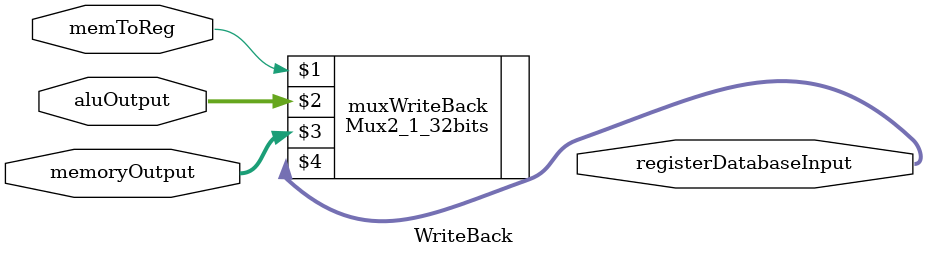
<source format=sv>
module WriteBack(
    input bit memToReg,
    input bit [31:0] aluOutput,
    input bit [31:0] memoryOutput,
    output bit [31:0] registerDatabaseInput
);

Mux2_1_32bits muxWriteBack (memToReg, aluOutput, memoryOutput, registerDatabaseInput);


endmodule
</source>
